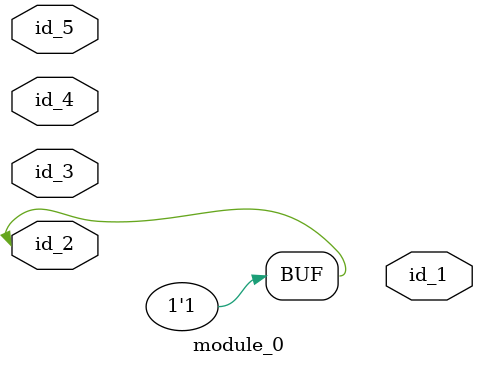
<source format=v>
module module_0 (
    id_1,
    id_2,
    id_3,
    id_4,
    id_5
);
  inout id_5;
  input id_4;
  input id_3;
  inout id_2;
  output id_1;
  assign id_2 = 1;
endmodule

</source>
